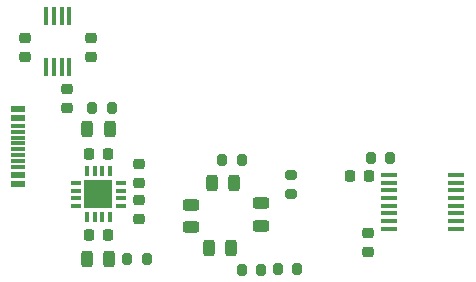
<source format=gbr>
%TF.GenerationSoftware,KiCad,Pcbnew,7.0.6*%
%TF.CreationDate,2023-07-26T14:22:16+03:00*%
%TF.ProjectId,Accelerometru,41636365-6c65-4726-9f6d-657472752e6b,rev?*%
%TF.SameCoordinates,Original*%
%TF.FileFunction,Paste,Top*%
%TF.FilePolarity,Positive*%
%FSLAX46Y46*%
G04 Gerber Fmt 4.6, Leading zero omitted, Abs format (unit mm)*
G04 Created by KiCad (PCBNEW 7.0.6) date 2023-07-26 14:22:16*
%MOMM*%
%LPD*%
G01*
G04 APERTURE LIST*
G04 Aperture macros list*
%AMRoundRect*
0 Rectangle with rounded corners*
0 $1 Rounding radius*
0 $2 $3 $4 $5 $6 $7 $8 $9 X,Y pos of 4 corners*
0 Add a 4 corners polygon primitive as box body*
4,1,4,$2,$3,$4,$5,$6,$7,$8,$9,$2,$3,0*
0 Add four circle primitives for the rounded corners*
1,1,$1+$1,$2,$3*
1,1,$1+$1,$4,$5*
1,1,$1+$1,$6,$7*
1,1,$1+$1,$8,$9*
0 Add four rect primitives between the rounded corners*
20,1,$1+$1,$2,$3,$4,$5,0*
20,1,$1+$1,$4,$5,$6,$7,0*
20,1,$1+$1,$6,$7,$8,$9,0*
20,1,$1+$1,$8,$9,$2,$3,0*%
G04 Aperture macros list end*
%ADD10R,0.858799X0.350000*%
%ADD11R,0.350000X0.858799*%
%ADD12R,2.438400X2.438400*%
%ADD13R,1.150000X0.600000*%
%ADD14R,1.143000X0.300000*%
%ADD15RoundRect,0.200000X-0.275000X0.200000X-0.275000X-0.200000X0.275000X-0.200000X0.275000X0.200000X0*%
%ADD16RoundRect,0.243750X-0.243750X-0.456250X0.243750X-0.456250X0.243750X0.456250X-0.243750X0.456250X0*%
%ADD17RoundRect,0.200000X-0.200000X-0.275000X0.200000X-0.275000X0.200000X0.275000X-0.200000X0.275000X0*%
%ADD18RoundRect,0.225000X-0.250000X0.225000X-0.250000X-0.225000X0.250000X-0.225000X0.250000X0.225000X0*%
%ADD19RoundRect,0.243750X-0.456250X0.243750X-0.456250X-0.243750X0.456250X-0.243750X0.456250X0.243750X0*%
%ADD20RoundRect,0.225000X0.225000X0.250000X-0.225000X0.250000X-0.225000X-0.250000X0.225000X-0.250000X0*%
%ADD21RoundRect,0.200000X0.200000X0.275000X-0.200000X0.275000X-0.200000X-0.275000X0.200000X-0.275000X0*%
%ADD22RoundRect,0.225000X0.250000X-0.225000X0.250000X0.225000X-0.250000X0.225000X-0.250000X-0.225000X0*%
%ADD23R,0.431000X1.512799*%
%ADD24RoundRect,0.243750X0.243750X0.456250X-0.243750X0.456250X-0.243750X-0.456250X0.243750X-0.456250X0*%
%ADD25R,1.461999X0.354800*%
G04 APERTURE END LIST*
D10*
%TO.C,U2*%
X176240300Y-79543001D03*
X176240300Y-80192999D03*
X176240300Y-80843001D03*
X176240300Y-81492999D03*
D11*
X177206001Y-82458700D03*
X177855999Y-82458700D03*
X178506001Y-82458700D03*
X179155999Y-82458700D03*
D10*
X180121700Y-81492999D03*
X180121700Y-80843001D03*
X180121700Y-80192999D03*
X180121700Y-79543001D03*
D11*
X179155999Y-78577300D03*
X178506001Y-78577300D03*
X177855999Y-78577300D03*
X177206001Y-78577300D03*
D12*
X178181000Y-80518000D03*
%TD*%
D13*
%TO.C,J1*%
X171379800Y-73254000D03*
X171379800Y-74053999D03*
D14*
X171379800Y-75204000D03*
X171379800Y-76204000D03*
X171379800Y-76704000D03*
X171379800Y-77704000D03*
D13*
X171379800Y-79654000D03*
X171379800Y-78854001D03*
D14*
X171379800Y-78203999D03*
X171379800Y-77204001D03*
X171379800Y-75703999D03*
X171379800Y-74704001D03*
%TD*%
D15*
%TO.C,R30*%
X194520000Y-78875000D03*
X194520000Y-80525000D03*
%TD*%
D16*
%TO.C,D5*%
X177232500Y-86010000D03*
X179107500Y-86010000D03*
%TD*%
D17*
%TO.C,R27*%
X201232000Y-77470000D03*
X202882000Y-77470000D03*
%TD*%
D18*
%TO.C,C5*%
X181610000Y-81013000D03*
X181610000Y-82563000D03*
%TD*%
D19*
%TO.C,D3*%
X186000000Y-81412500D03*
X186000000Y-83287500D03*
%TD*%
D20*
%TO.C,C7*%
X178956000Y-77089000D03*
X177406000Y-77089000D03*
%TD*%
D18*
%TO.C,C1*%
X175514000Y-71615000D03*
X175514000Y-73165000D03*
%TD*%
D21*
%TO.C,R32*%
X182285000Y-86000000D03*
X180635000Y-86000000D03*
%TD*%
D22*
%TO.C,C2*%
X171958000Y-68847000D03*
X171958000Y-67297000D03*
%TD*%
%TO.C,C3*%
X177546000Y-68847000D03*
X177546000Y-67297000D03*
%TD*%
D23*
%TO.C,U1*%
X173777001Y-69735700D03*
X174426999Y-69735700D03*
X175077001Y-69735700D03*
X175726999Y-69735700D03*
X175726999Y-65392300D03*
X175077001Y-65392300D03*
X174426999Y-65392300D03*
X173777001Y-65392300D03*
%TD*%
D20*
%TO.C,C4*%
X178956000Y-83947000D03*
X177406000Y-83947000D03*
%TD*%
D22*
%TO.C,C6*%
X181610000Y-79515000D03*
X181610000Y-77965000D03*
%TD*%
D19*
%TO.C,D4*%
X191920000Y-81282500D03*
X191920000Y-83157500D03*
%TD*%
D20*
%TO.C,C10*%
X201054000Y-78994000D03*
X199504000Y-78994000D03*
%TD*%
D24*
%TO.C,D6*%
X179118500Y-74980000D03*
X177243500Y-74980000D03*
%TD*%
D21*
%TO.C,R29*%
X188645000Y-77580000D03*
X190295000Y-77580000D03*
%TD*%
D25*
%TO.C,U5*%
X202793600Y-78878001D03*
X202793600Y-79527999D03*
X202793600Y-80178001D03*
X202793600Y-80827999D03*
X202793600Y-81477998D03*
X202793600Y-82127999D03*
X202793600Y-82777998D03*
X202793600Y-83427999D03*
X208432400Y-83427999D03*
X208432400Y-82778001D03*
X208432400Y-82127999D03*
X208432400Y-81478001D03*
X208432400Y-80828002D03*
X208432400Y-80178001D03*
X208432400Y-79528002D03*
X208432400Y-78878001D03*
%TD*%
D21*
%TO.C,R28*%
X190295000Y-86890000D03*
X191945000Y-86890000D03*
%TD*%
D16*
%TO.C,D1*%
X187762500Y-79560000D03*
X189637500Y-79560000D03*
%TD*%
D18*
%TO.C,C11*%
X201041000Y-83807000D03*
X201041000Y-85357000D03*
%TD*%
D21*
%TO.C,R31*%
X195015000Y-86860000D03*
X193365000Y-86860000D03*
%TD*%
D24*
%TO.C,D2*%
X187532500Y-85060000D03*
X189407500Y-85060000D03*
%TD*%
D21*
%TO.C,R33*%
X179315000Y-73180000D03*
X177665000Y-73180000D03*
%TD*%
M02*

</source>
